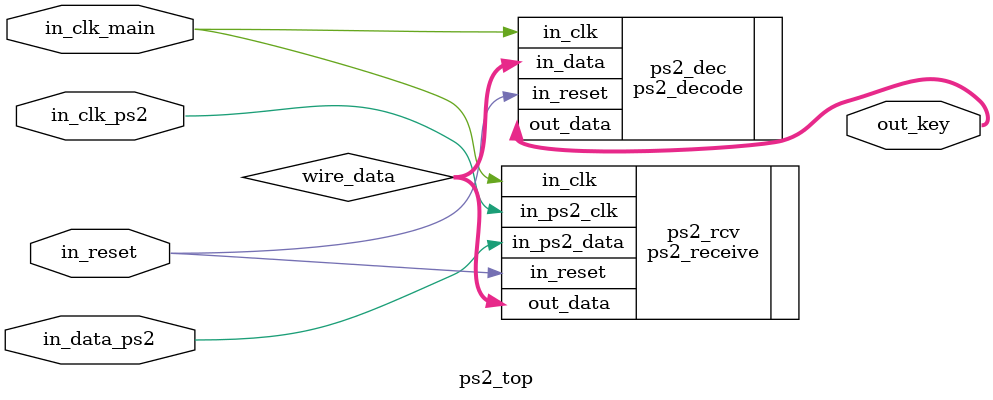
<source format=v>
`timescale 1ns / 1ps
module ps2_top(
	 input in_reset,
    input in_clk_main,
    input in_clk_ps2,
    input in_data_ps2,
    output [6:0]out_key
    );
	 wire [7:0]wire_data;
ps2_receive	ps2_rcv	(	.in_clk(in_clk_main),
								.in_reset(in_reset),
								.in_ps2_clk(in_clk_ps2),
								.in_ps2_data(in_data_ps2),
								.out_data(wire_data)
							);
							
ps2_decode 	ps2_dec	(	.in_clk(in_clk_main),
								.in_reset(in_reset),
								.in_data(wire_data),
								.out_data(out_key)
							);
endmodule

</source>
